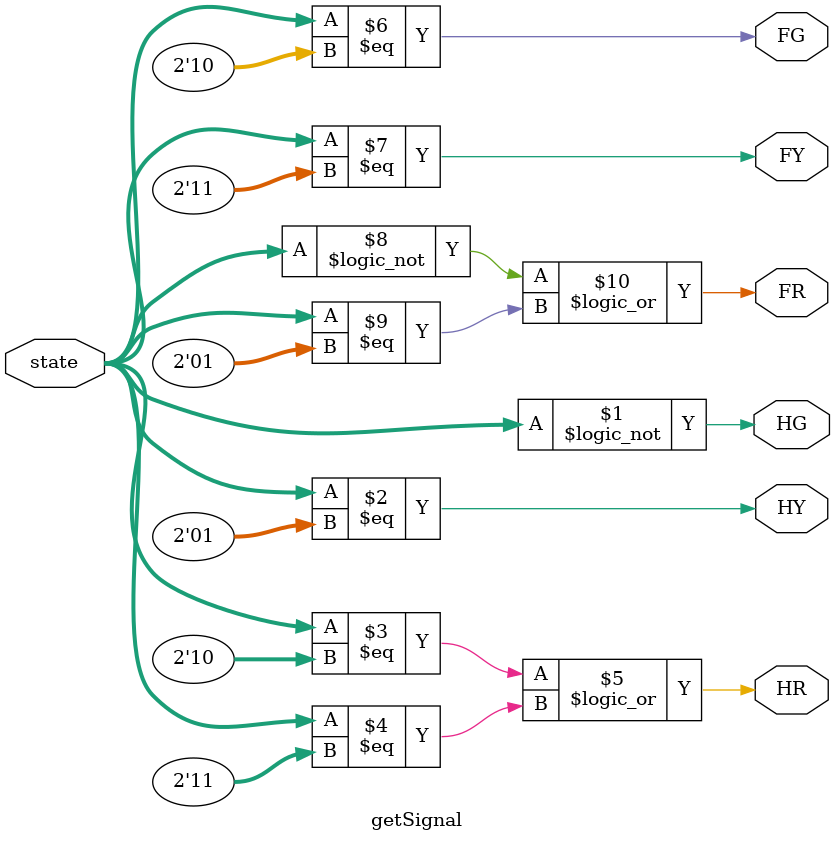
<source format=v>
module getSignal(state,HG, HY, HR, FG, FY, FR) ;
input[1:0] state;
output HG, HY, HR, FG, FY, FR;
parameter S0= 2'b00, S1=2'b01, S2=2'b10, S3=2'b11, SZ = 2'bzz;


		assign HG = (state == S0) ;
		assign HY = (state == S1) ;
		assign HR = ((state == S2)||(state == S3)) ;
		assign FG = (state == S2) ;
		assign FY = (state == S3) ;
		assign FR = ((state == S0)||(state == S1)) ;

endmodule

</source>
